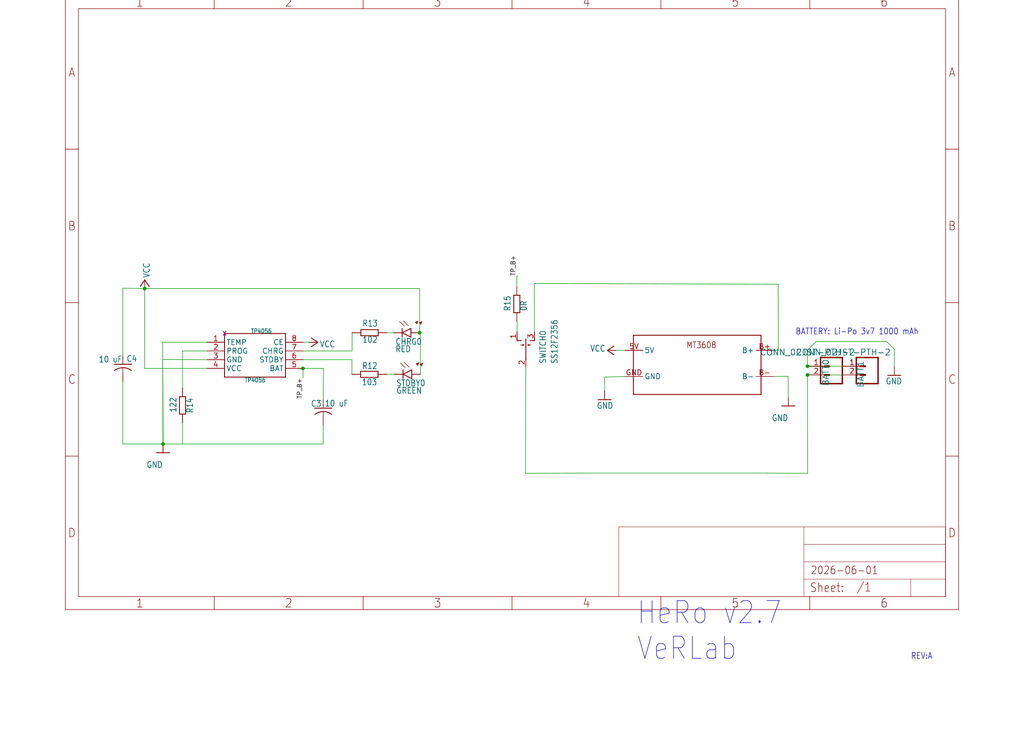
<source format=kicad_sch>
(kicad_sch (version 20250114) (generator "eeschema") (generator_version "9.0")
  (paper "User" 298.45 217.322)
  (lib_symbols
    (symbol "board-eagle-import:SparkFun-Connectors_513_CONN_02JST-PTH-2"
      (property "Reference" "J" (at -2.54 5.588 0))
      (symbol "SparkFun-Connectors_513_CONN_02JST-PTH-2_1_0"
        (polyline (pts (xy -2.54 5.08) (xy -2.54 -2.54)) (stroke (width 0.4064)))
        (polyline (pts (xy -2.54 5.08) (xy 3.81 5.08)) (stroke (width 0.4064)))
        (polyline (pts (xy 1.27 2.54) (xy 2.54 2.54)) (stroke (width 0.6096)))
        (polyline (pts (xy 1.27 0) (xy 2.54 0)) (stroke (width 0.6096)))
        (polyline (pts (xy 3.81 -2.54) (xy -2.54 -2.54)) (stroke (width 0.4064)))
        (polyline (pts (xy 3.81 -2.54) (xy 3.81 5.08)) (stroke (width 0.4064)))
        (pin passive line (at 7.62 2.54 180) (length 5.08) (name "2") (number "2"))
        (pin passive line (at 7.62 0 180) (length 5.08) (name "1") (number "1"))
      )
    )
    (symbol "board-eagle-import:TP4056_TP4056"
      (property "Reference" "IC" (at 0 0 0))
      (symbol "TP4056_TP4056_1_0"
        (polyline (pts (xy 0 0) (xy 0 -12.7)) (stroke (width 0.254)))
        (polyline (pts (xy 0 -12.7) (xy 17.78 -12.7)) (stroke (width 0.254)))
        (polyline (pts (xy 17.78 0) (xy 0 0)) (stroke (width 0.254)))
        (polyline (pts (xy 17.78 -12.7) (xy 17.78 0)) (stroke (width 0.254)))
        (pin bidirectional line (at -5.08 -2.54 0) (length 5.08) (name "TEMP") (number "1"))
        (pin bidirectional line (at -5.08 -5.08 0) (length 5.08) (name "PROG") (number "2"))
        (pin bidirectional line (at -5.08 -7.62 0) (length 5.08) (name "GND") (number "3"))
        (pin bidirectional line (at -5.08 -10.16 0) (length 5.08) (name "VCC") (number "4"))
        (pin bidirectional line (at 22.86 -2.54 180) (length 5.08) (name "CE") (number "8"))
        (pin bidirectional line (at 22.86 -5.08 180) (length 5.08) (name "CHRG") (number "7"))
        (pin bidirectional line (at 22.86 -7.62 180) (length 5.08) (name "STDBY") (number "6"))
        (pin bidirectional line (at 22.86 -10.16 180) (length 5.08) (name "BAT") (number "5"))
      )
    )
    (symbol "board-eagle-import:frames_229_A4L-LOC"
      (symbol "frames_229_A4L-LOC_1_0"
        (polyline (pts (xy 0 179.07) (xy 260.35 179.07) (xy 260.35 0) (xy 0 0) (xy 0 179.07)))
        (polyline (pts (xy 0 134.3025) (xy 3.81 134.3025)))
        (polyline (pts (xy 0 89.535) (xy 3.81 89.535)))
        (polyline (pts (xy 0 44.7675) (xy 3.81 44.7675)))
        (polyline (pts (xy 3.81 175.26) (xy 3.81 3.81)))
        (polyline (pts (xy 43.3917 179.07) (xy 43.3917 175.26)))
        (polyline (pts (xy 43.3917 3.81) (xy 43.3917 0)))
        (polyline (pts (xy 86.7833 179.07) (xy 86.7833 175.26)))
        (polyline (pts (xy 86.7833 3.81) (xy 86.7833 0)))
        (polyline (pts (xy 130.175 179.07) (xy 130.175 175.26)))
        (polyline (pts (xy 130.175 3.81) (xy 130.175 0)))
        (polyline (pts (xy 161.29 24.13) (xy 215.265 24.13)) (stroke (width 0.1016)))
        (polyline (pts (xy 161.29 3.81) (xy 161.29 24.13)) (stroke (width 0.1016)))
        (polyline (pts (xy 173.5667 179.07) (xy 173.5667 175.26)))
        (polyline (pts (xy 173.5667 3.81) (xy 173.5667 0)))
        (polyline (pts (xy 215.265 24.13) (xy 256.54 24.13)) (stroke (width 0.1016)))
        (polyline (pts (xy 215.265 19.05) (xy 215.265 24.13)) (stroke (width 0.1016)))
        (polyline (pts (xy 215.265 19.05) (xy 256.54 19.05)) (stroke (width 0.1016)))
        (polyline (pts (xy 215.265 13.97) (xy 215.265 19.05)) (stroke (width 0.1016)))
        (polyline (pts (xy 215.265 13.97) (xy 256.54 13.97)) (stroke (width 0.1016)))
        (polyline (pts (xy 215.265 8.89) (xy 215.265 13.97)) (stroke (width 0.1016)))
        (polyline (pts (xy 215.265 8.89) (xy 215.265 3.81)) (stroke (width 0.1016)))
        (polyline (pts (xy 216.9583 179.07) (xy 216.9583 175.26)))
        (polyline (pts (xy 216.9583 3.81) (xy 216.9583 0)))
        (polyline (pts (xy 246.38 8.89) (xy 215.265 8.89)) (stroke (width 0.1016)))
        (polyline (pts (xy 246.38 8.89) (xy 256.54 8.89)) (stroke (width 0.1016)))
        (polyline (pts (xy 246.38 3.81) (xy 246.38 8.89)) (stroke (width 0.1016)))
        (polyline (pts (xy 256.54 175.26) (xy 3.81 175.26)))
        (polyline (pts (xy 256.54 175.26) (xy 256.54 3.81)))
        (polyline (pts (xy 256.54 134.3025) (xy 260.35 134.3025)))
        (polyline (pts (xy 256.54 89.535) (xy 260.35 89.535)))
        (polyline (pts (xy 256.54 44.7675) (xy 260.35 44.7675)))
        (polyline (pts (xy 256.54 19.05) (xy 256.54 24.13)) (stroke (width 0.1016)))
        (polyline (pts (xy 256.54 13.97) (xy 256.54 19.05)) (stroke (width 0.1016)))
        (polyline (pts (xy 256.54 8.89) (xy 256.54 13.97)) (stroke (width 0.1016)))
        (polyline (pts (xy 256.54 3.81) (xy 3.81 3.81)))
        (polyline (pts (xy 256.54 3.81) (xy 256.54 8.89)) (stroke (width 0.1016)))
        (text "A" (at 1.905 156.6863 0) (effects (font (size 2.54 2.286))))
        (text "B" (at 1.905 111.9188 0) (effects (font (size 2.54 2.286))))
        (text "C" (at 1.905 67.1513 0) (effects (font (size 2.54 2.286))))
        (text "D" (at 1.905 22.3838 0) (effects (font (size 2.54 2.286))))
        (text "1" (at 21.6958 177.165 0) (effects (font (size 2.54 2.286))))
        (text "1" (at 21.6958 1.905 0) (effects (font (size 2.54 2.286))))
        (text "2" (at 65.0875 177.165 0) (effects (font (size 2.54 2.286))))
        (text "2" (at 65.0875 1.905 0) (effects (font (size 2.54 2.286))))
        (text "3" (at 108.4792 177.165 0) (effects (font (size 2.54 2.286))))
        (text "3" (at 108.4792 1.905 0) (effects (font (size 2.54 2.286))))
        (text "4" (at 151.8708 177.165 0) (effects (font (size 2.54 2.286))))
        (text "4" (at 151.8708 1.905 0) (effects (font (size 2.54 2.286))))
        (text "5" (at 195.2625 177.165 0) (effects (font (size 2.54 2.286))))
        (text "5" (at 195.2625 1.905 0) (effects (font (size 2.54 2.286))))
        (text "Sheet:" (at 216.916 4.953 0) (effects (font (size 2.54 2.159)) (justify left bottom)))
        (text "${PROJECTNAME}" (at 217.17 15.24 0) (effects (font (size 2.54 2.159)) (justify left bottom)))
        (text "${CURRENT_DATE}" (at 217.17 10.16 0) (effects (font (size 2.286 1.9431)) (justify left bottom)))
        (text "${#}/${##}" (at 230.505 5.08 0) (effects (font (size 2.54 2.159)) (justify left bottom)))
        (text "6" (at 238.6542 177.165 0) (effects (font (size 2.54 2.286))))
        (text "6" (at 238.6542 1.905 0) (effects (font (size 2.54 2.286))))
        (text "A" (at 258.445 156.6863 0) (effects (font (size 2.54 2.286))))
        (text "B" (at 258.445 111.9188 0) (effects (font (size 2.54 2.286))))
        (text "C" (at 258.445 67.1513 0) (effects (font (size 2.54 2.286))))
        (text "D" (at 258.445 22.3838 0) (effects (font (size 2.54 2.286))))
      )
    )
    (symbol "board-eagle-import:led_259_LEDSML0805"
      (property "Reference" "LED" (at 3.556 -4.572 90))
      (symbol "led_259_LEDSML0805_1_0"
        (polyline (pts (xy -3.429 2.159) (xy -3.048 1.27) (xy -2.54 1.778)) (stroke (width 0.1524)) (fill (type outline)))
        (polyline (pts (xy -3.302 3.302) (xy -2.921 2.413) (xy -2.413 2.921)) (stroke (width 0.1524)) (fill (type outline)))
        (polyline (pts (xy -2.032 -0.762) (xy -3.429 -2.159)) (stroke (width 0.1524)))
        (polyline (pts (xy -1.905 -1.905) (xy -3.302 -3.302)) (stroke (width 0.1524)))
        (polyline (pts (xy 0 0) (xy -1.27 0)) (stroke (width 0.254)))
        (polyline (pts (xy 0 -2.54) (xy -1.27 0)) (stroke (width 0.254)))
        (polyline (pts (xy 0 -2.54) (xy -1.27 -2.54)) (stroke (width 0.254)))
        (polyline (pts (xy 1.27 0) (xy 0 0)) (stroke (width 0.254)))
        (polyline (pts (xy 1.27 0) (xy 0 -2.54)) (stroke (width 0.254)))
        (polyline (pts (xy 1.27 -2.54) (xy 0 -2.54)) (stroke (width 0.254)))
        (pin passive line (at 0 2.54 270) (length 2.54) (name "A") (number "A"))
        (pin passive line (at 0 -5.08 90) (length 2.54) (name "C") (number "C"))
      )
    )
    (symbol "board-eagle-import:resistor_348_C-USC0603"
      (property "Reference" "C" (at 1.016 0.635 0))
      (symbol "resistor_348_C-USC0603_1_0"
        (polyline (pts (xy -2.54 0) (xy 2.54 0)) (stroke (width 0.254)))
        (arc (start 0 -1) (mid 1.3158 -1.2195) (end 2.4892 -1.8541) (stroke (width 0.254)))
        (arc (start -2.4668 -1.8504) (mid -1.302 -1.2303) (end 0 -1.0161) (stroke (width 0.254)))
        (polyline (pts (xy 0 -1.016) (xy 0 -2.54)) (stroke (width 0.1524)))
        (pin passive line (at 0 2.54 270) (length 2.54) (name "1") (number "1"))
        (pin passive line (at 0 -5.08 90) (length 2.54) (name "2") (number "2"))
      )
    )
    (symbol "board-eagle-import:resistor_348_R-EU_R0603"
      (property "Reference" "R" (at -3.81 1.4986 0))
      (symbol "resistor_348_R-EU_R0603_1_0"
        (polyline (pts (xy -2.54 -0.889) (xy -2.54 0.889)) (stroke (width 0.254)))
        (polyline (pts (xy -2.54 -0.889) (xy 2.54 -0.889)) (stroke (width 0.254)))
        (polyline (pts (xy 2.54 0.889) (xy -2.54 0.889)) (stroke (width 0.254)))
        (polyline (pts (xy 2.54 -0.889) (xy 2.54 0.889)) (stroke (width 0.254)))
        (pin passive line (at -5.08 0 0) (length 2.54) (name "1") (number "1"))
        (pin passive line (at 5.08 0 180) (length 2.54) (name "2") (number "2"))
      )
    )
    (symbol "board-eagle-import:resistor_348_R-EU_R0805"
      (property "Reference" "R" (at -3.81 1.4986 0))
      (symbol "resistor_348_R-EU_R0805_1_0"
        (polyline (pts (xy -2.54 -0.889) (xy -2.54 0.889)) (stroke (width 0.254)))
        (polyline (pts (xy -2.54 -0.889) (xy 2.54 -0.889)) (stroke (width 0.254)))
        (polyline (pts (xy 2.54 0.889) (xy -2.54 0.889)) (stroke (width 0.254)))
        (polyline (pts (xy 2.54 -0.889) (xy 2.54 0.889)) (stroke (width 0.254)))
        (pin passive line (at -5.08 0 0) (length 2.54) (name "1") (number "1"))
        (pin passive line (at 5.08 0 180) (length 2.54) (name "2") (number "2"))
      )
    )
    (symbol "board-eagle-import:stepup_MT3608"
      (symbol "stepup_MT3608_1_0"
        (polyline (pts (xy 0 17.272) (xy 37.211 17.272)) (stroke (width 0.254)))
        (polyline (pts (xy 0 0) (xy 0 17.272)) (stroke (width 0.254)))
        (polyline (pts (xy 0 0) (xy 37.211 0)) (stroke (width 0.254)))
        (polyline (pts (xy 37.211 0) (xy 37.211 17.272)) (stroke (width 0.254)))
        (text "MT3608" (at 15.4084 13.3764 0) (effects (font (size 1.778 1.5113)) (justify left bottom)))
        (pin output line (at -2.3716 12.8684 0) (length 5.08) (name "5V") (number "5V"))
        (pin output line (at -2.3716 5.2484 0) (length 5.08) (name "GND") (number "GND"))
        (pin input line (at 40.8084 12.8684 180) (length 5.08) (name "B+") (number "B+"))
        (pin input line (at 40.8084 5.2484 180) (length 5.08) (name "B-") (number "B-"))
      )
    )
    (symbol "board-eagle-import:supply1_371_GND" (power)
      (symbol "supply1_371_GND_1_0"
        (polyline (pts (xy -1.905 0) (xy 1.905 0)) (stroke (width 0.254)))
        (pin power_in line (at 0 2.54 270) (length 2.54) (name "GND") (number "1"))
      )
    )
    (symbol "board-eagle-import:supply1_371_VCC" (power)
      (symbol "supply1_371_VCC_1_0"
        (polyline (pts (xy 0 0) (xy -1.27 -1.905)) (stroke (width 0.254)))
        (polyline (pts (xy 1.27 -1.905) (xy 0 0)) (stroke (width 0.254)))
        (pin power_in line (at 0 -2.54 90) (length 2.54) (name "VCC") (number "1"))
      )
    )
    (symbol "board-eagle-import:switch_SS12F2356"
      (property "Reference" "S" (at 5.08 -2.54 90))
      (symbol "switch_SS12F2356_1_0"
        (polyline (pts (xy -2.54 2.54) (xy -2.54 3.175)) (stroke (width 0.254)))
        (polyline (pts (xy -2.54 2.54) (xy -1.27 2.54)) (stroke (width 0.254)))
        (polyline (pts (xy -1.524 1.27) (xy -0.508 1.27)) (stroke (width 0.1524)))
        (polyline (pts (xy -0.508 1.27) (xy -1.016 1.524)) (stroke (width 0.1524)))
        (polyline (pts (xy -0.508 1.27) (xy -1.016 1.016)) (stroke (width 0.1524)))
        (polyline (pts (xy 0 -3.175) (xy 0 3.048)) (stroke (width 0.254)))
        (polyline (pts (xy 0.508 1.27) (xy 1.016 1.524)) (stroke (width 0.1524)))
        (polyline (pts (xy 0.508 1.27) (xy 1.016 1.016)) (stroke (width 0.1524)))
        (polyline (pts (xy 0.508 1.27) (xy 1.524 1.27)) (stroke (width 0.1524)))
        (polyline (pts (xy 1.27 2.54) (xy 2.54 2.54)) (stroke (width 0.254)))
        (polyline (pts (xy 2.54 2.54) (xy 2.54 3.175)) (stroke (width 0.254)))
        (pin passive line (at -2.54 5.08 270) (length 2.54) (name "O") (number "1"))
        (pin passive line (at 0 -5.08 90) (length 2.54) (name "P") (number "2"))
        (pin passive line (at 2.54 5.08 270) (length 2.54) (name "S") (number "3"))
      )
    )
  )
  (text "REV:A" (at 265.43 192.532 0) (effects (font (size 1.778 1.5113)) (justify left bottom)))
  (text "HeRo v2.7\nVeRLab" (at 185.5 193.04 0) (effects (font (size 6.4516 5.4838)) (justify left bottom)))
  (text "BATTERY: Li-Po 3v7 1000 mAh" (at 231.826 97.894 0) (effects (font (size 1.778 1.5113)) (justify left bottom)))
  (junction (at 47.516 129.4992))
  (junction (at 235.3446 106.8118))
  (junction (at 88.3 107.44))
  (junction (at 235.3446 109.3518))
  (junction (at 122.3 97.05))
  (junction (at 42.1772 84.1508))
  (wire (pts (xy 88.3 107.44) (xy 94.25 107.44)) (stroke (width 0.1524)))
  (wire (pts (xy 226.85 97.73) (xy 226.8568 102.1632)) (stroke (width 0.1524)))
  (wire (pts (xy 235.3238 102.1562) (xy 237.85 99.63)) (stroke (width 0.1524)))
  (wire (pts (xy 42.16 107.4528) (xy 60.36 107.44)) (stroke (width 0.1524)))
  (wire (pts (xy 226.8568 102.1632) (xy 225.4084 102.1768)) (stroke (width 0.1524)))
  (wire (pts (xy 229.685 109.7554) (xy 229.7612 115.858)) (stroke (width 0.1524)))
  (wire (pts (xy 94.2 129.4992) (xy 94.2 124.11)) (stroke (width 0.1524)))
  (wire (pts (xy 35.8 103.69) (xy 35.8 84.0508)) (stroke (width 0.1524)))
  (wire (pts (xy 223.7 82.88) (xy 226.8 82.88)) (stroke (width 0.1524)))
  (wire (pts (xy 122.3 84.1508) (xy 42.1772 84.1508)) (stroke (width 0.1524)))
  (wire (pts (xy 53.2 123.31) (xy 53.2 129.4992)) (stroke (width 0.1524)))
  (wire (pts (xy 153.15 138.03) (xy 153.25 106.96)) (stroke (width 0.1524)))
  (wire (pts (xy 122.3 97.05) (xy 122.3 84.1508)) (stroke (width 0.1524)))
  (wire (pts (xy 88.3 107.43) (xy 88.3 107.44)) (stroke (width 0.1524)))
  (wire (pts (xy 182.2284 109.7968) (xy 176.218 109.9652)) (stroke (width 0.1524)))
  (wire (pts (xy 155.71 82.68) (xy 223.7 82.88)) (stroke (width 0.1524)))
  (wire (pts (xy 42.1772 84.1508) (xy 42.16 107.4528)) (stroke (width 0.1524)))
  (wire (pts (xy 90.0932 99.82) (xy 90.0932 99.8352)) (stroke (width 0.1524)))
  (wire (pts (xy 47.416 104.85) (xy 60.36 104.9)) (stroke (width 0.1524)))
  (wire (pts (xy 235.3446 106.8118) (xy 235.3238 102.1562)) (stroke (width 0.1524)))
  (wire (pts (xy 35.8 84.0508) (xy 42.1772 84.1508)) (stroke (width 0.1524)))
  (wire (pts (xy 260.6508 101.8528) (xy 260.6508 106.9414)) (stroke (width 0.1524)))
  (wire (pts (xy 47.416 99.82) (xy 47.516 129.4992)) (stroke (width 0.1524)))
  (wire (pts (xy 223.65 137.98) (xy 170.25 137.98)) (stroke (width 0.1524)))
  (wire (pts (xy 245.7586 109.3518) (xy 235.3446 109.3518)) (stroke (width 0.1524)))
  (wire (pts (xy 112.78 97.03) (xy 112.78 97.05)) (stroke (width 0.1524)))
  (wire (pts (xy 60.36 102.36) (xy 53.2 102.36)) (stroke (width 0.1524)))
  (wire (pts (xy 94.25 107.44) (xy 94.2 116.49)) (stroke (width 0.1524)))
  (wire (pts (xy 60.36 99.82) (xy 47.416 99.82)) (stroke (width 0.1524)))
  (wire (pts (xy 122.55 97.05) (xy 122.3 97.05)) (stroke (width 0.1524)))
  (wire (pts (xy 88.3 99.82) (xy 90.0932 99.82)) (stroke (width 0.1524)))
  (wire (pts (xy 170.25 137.98) (xy 153.15 138.03)) (stroke (width 0.1524)))
  (wire (pts (xy 112.78 97.05) (xy 114.68 97.05)) (stroke (width 0.1524)))
  (wire (pts (xy 235.3838 138.0462) (xy 223.65 137.98)) (stroke (width 0.1524)))
  (wire (pts (xy 35.8 129.4992) (xy 35.8 111.31)) (stroke (width 0.1524)))
  (wire (pts (xy 102.57 104.9) (xy 102.57 109.18)) (stroke (width 0.1524)))
  (wire (pts (xy 150.624 83.562) (xy 150.624 80.518)) (stroke (width 0.1524)))
  (wire (pts (xy 182.1268 102.1768) (xy 179.5708 102.1928)) (stroke (width 0.1524)))
  (wire (pts (xy 226.8 82.88) (xy 226.85 97.73)) (stroke (width 0.1524)))
  (wire (pts (xy 155.79 96.8) (xy 155.71 82.68)) (stroke (width 0.1524)))
  (wire (pts (xy 150.624 93.722) (xy 150.71 93.722)) (stroke (width 0.1524)))
  (wire (pts (xy 258.428 99.63) (xy 260.6508 101.8528)) (stroke (width 0.1524)))
  (wire (pts (xy 47.516 129.4992) (xy 94.2 129.4992)) (stroke (width 0.1524)))
  (wire (pts (xy 88.3 102.36) (xy 102.62 102.36)) (stroke (width 0.1524)))
  (wire (pts (xy 88.35 110.23) (xy 88.3 107.43)) (stroke (width 0.1524)))
  (wire (pts (xy 150.71 93.722) (xy 150.71 96.8)) (stroke (width 0.1524)))
  (wire (pts (xy 237.85 99.63) (xy 258.428 99.63)) (stroke (width 0.1524)))
  (wire (pts (xy 150.624 80.518) (xy 150.876 80.518)) (stroke (width 0.1524)))
  (wire (pts (xy 176.218 109.9652) (xy 176.218 114.0292)) (stroke (width 0.1524)))
  (wire (pts (xy 182.2284 102.1768) (xy 182.1268 102.1768)) (stroke (width 0.1524)))
  (wire (pts (xy 88.3 104.9) (xy 102.57 104.9)) (stroke (width 0.1524)))
  (wire (pts (xy 53.2 102.36) (xy 53.2 113.15)) (stroke (width 0.1524)))
  (wire (pts (xy 235.3446 109.3518) (xy 235.3838 138.0462)) (stroke (width 0.1524)))
  (wire (pts (xy 112.73 109.18) (xy 112.78 109.15)) (stroke (width 0.1524)))
  (wire (pts (xy 47.516 129.4992) (xy 47.416 104.85)) (stroke (width 0.1524)))
  (wire (pts (xy 102.62 102.36) (xy 102.62 97.03)) (stroke (width 0.1524)))
  (wire (pts (xy 47.516 129.4992) (xy 35.8 129.4992)) (stroke (width 0.1524)))
  (wire (pts (xy 225.4084 109.7968) (xy 229.685 109.7554)) (stroke (width 0.1524)))
  (wire (pts (xy 112.78 109.15) (xy 114.93 109.15)) (stroke (width 0.1524)))
  (wire (pts (xy 122.55 109.15) (xy 122.55 97.05)) (stroke (width 0.1524)))
  (wire (pts (xy 245.7586 106.8118) (xy 235.3446 106.8118)) (stroke (width 0.1524)))
  (label "TP_B+" (at 88.35 110.23 270) (effects (font (size 1.2446 1.2446))))
  (label "TP_B+" (at 150.624 80.518 90) (effects (font (size 1.2446 1.2446))))
  (symbol (lib_id "board-eagle-import:supply1_371_GND") (at 176.218 116.5692 0) (unit 1)
    (property "Reference" "#GND13" (effects (hide yes)))
    (property "Value" "GND" (at 178.758 117.3312 0) (effects (font (size 1.778 1.5113)) (justify right top)))
  )
  (symbol (lib_id "board-eagle-import:resistor_348_R-EU_R0805") (at 150.624 88.642 90) (unit 1)
    (property "Reference" "R15" (at 148.8754 90.802 0) (effects (font (size 1.778 1.5113)) (justify left bottom)))
    (property "Value" "0R" (at 153.626 90.802 0) (effects (font (size 1.778 1.5113)) (justify left bottom)))
    (property "Footprint" "board:R0805" (effects (hide yes)))
  )
  (symbol (lib_id "board-eagle-import:stepup_MT3608") (at 184.6 115.0452 0) (unit 1)
    (property "Reference" "MT3608" (effects (hide yes)))
    (property "Value" "MT3608" (effects (hide yes)))
    (property "Footprint" "board:MT3608" (effects (hide yes)))
  )
  (symbol (lib_id "board-eagle-import:supply1_371_GND") (at 47.516 132.0392 0) (unit 1)
    (property "Reference" "#GND27" (effects (hide yes)))
    (property "Value" "GND" (at 47.516 134.5792 0) (effects (font (size 1.778 1.5113)) (justify right top)))
  )
  (symbol (lib_id "board-eagle-import:SparkFun-Connectors_513_CONN_02JST-PTH-2") (at 242.9646 106.8118 180) (unit 1)
    (property "Reference" "BATT0" (at 239.6372 104.6314 90) (effects (font (size 1.778 1.778)) (justify left bottom)))
    (property "Value" "CONN_02JST-PTH-2" (at 249.3146 101.7318 0) (effects (font (size 1.778 1.778)) (justify left bottom)))
    (property "Footprint" "board:JST-2-PTH" (effects (hide yes)))
  )
  (symbol (lib_id "board-eagle-import:supply1_371_VCC") (at 177.0308 102.1928 90) (unit 1)
    (property "Reference" "#P+5" (effects (hide yes)))
    (property "Value" "VCC" (at 176.5228 100.6688 90) (effects (font (size 1.778 1.5113)) (justify left bottom)))
  )
  (symbol (lib_id "board-eagle-import:switch_SS12F2356") (at 153.25 101.88 0) (unit 1)
    (property "Reference" "SWITCH0" (at 159.23 106.12 90) (effects (font (size 1.778 1.5113)) (justify left bottom)))
    (property "Value" "SS12F2356" (at 162.57 106.17 90) (effects (font (size 1.778 1.5113)) (justify left bottom)))
    (property "Footprint" "board:HH3T90" (effects (hide yes)))
  )
  (symbol (lib_id "board-eagle-import:resistor_348_R-EU_R0603") (at 53.2 118.23 90) (unit 1)
    (property "Reference" "R14" (at 56.3014 120.59 0) (effects (font (size 1.778 1.5113)) (justify left bottom)))
    (property "Value" "122" (at 51.452 120.34 0) (effects (font (size 1.778 1.5113)) (justify left bottom)))
    (property "Footprint" "board:R0603" (effects (hide yes)))
  )
  (symbol (lib_id "board-eagle-import:led_259_LEDSML0805") (at 120.01 109.15 270) (unit 1)
    (property "Reference" "STDBY0" (at 115.438 112.706 90) (effects (font (size 1.778 1.5113)) (justify left bottom)))
    (property "Value" "GREEN" (at 115.438 114.865 90) (effects (font (size 1.778 1.5113)) (justify left bottom)))
    (property "Footprint" "board:SML0805" (effects (hide yes)))
  )
  (symbol (lib_id "board-eagle-import:resistor_348_R-EU_R0805") (at 107.7 97.03 0) (unit 1)
    (property "Reference" "R13" (at 105.54 95.2814 0) (effects (font (size 1.778 1.5113)) (justify left bottom)))
    (property "Value" "102" (at 105.54 100.032 0) (effects (font (size 1.778 1.5113)) (justify left bottom)))
    (property "Footprint" "board:R0805" (effects (hide yes)))
  )
  (symbol (lib_id "board-eagle-import:TP4056_TP4056") (at 65.44 97.28 0) (unit 1)
    (property "Reference" "TP4056" (at 73.06 97.28 0) (effects (font (size 1.27 1.0795)) (justify left bottom)))
    (property "Value" "TP4056" (at 71.26 111.57 0) (effects (font (size 1.27 1.0795)) (justify left bottom)))
    (property "Footprint" "board:SOP" (effects (hide yes)))
    (property "SPICEPREFIX" "X" (at 65.44 97.28 0))
  )
  (symbol (lib_id "board-eagle-import:led_259_LEDSML0805") (at 119.76 97.05 270) (unit 1)
    (property "Reference" "CHRG0" (at 115.188 100.606 90) (effects (font (size 1.778 1.5113)) (justify left bottom)))
    (property "Value" "RED" (at 115.188 102.765 90) (effects (font (size 1.778 1.5113)) (justify left bottom)))
    (property "Footprint" "board:SML0805" (effects (hide yes)))
  )
  (symbol (lib_id "board-eagle-import:supply1_371_GND") (at 260.6508 109.4814 0) (unit 1)
    (property "Reference" "#GND15" (effects (hide yes)))
    (property "Value" "GND" (at 262.9622 110.218 0) (effects (font (size 1.778 1.5113)) (justify right top)))
  )
  (symbol (lib_id "board-eagle-import:supply1_371_VCC") (at 92.6332 99.8352 270) (unit 1)
    (property "Reference" "#P+7" (effects (hide yes)))
    (property "Value" "VCC" (at 93.1412 101.3592 90) (effects (font (size 1.778 1.5113)) (justify left bottom)))
  )
  (symbol (lib_id "board-eagle-import:SparkFun-Connectors_513_CONN_02JST-PTH-2") (at 253.3786 106.8118 180) (unit 1)
    (property "Reference" "BATT1" (at 249.7972 105.1394 90) (effects (font (size 1.778 1.778)) (justify left bottom)))
    (property "Value" "CONN_02JST-PTH-2" (at 259.7286 101.7318 0) (effects (font (size 1.778 1.778)) (justify left bottom)))
    (property "Footprint" "board:JST-2-PTH" (effects (hide yes)))
  )
  (symbol (lib_id "board-eagle-import:supply1_371_GND") (at 229.7612 118.398 0) (unit 1)
    (property "Reference" "#GND14" (effects (hide yes)))
    (property "Value" "GND" (at 229.7612 120.938 0) (effects (font (size 1.778 1.5113)) (justify right top)))
  )
  (symbol (lib_id "board-eagle-import:frames_229_A4L-LOC") (at 19.05 177.8 0) (unit 1)
    (property "Reference" "#FRAME4" (effects (hide yes)))
    (property "Value" "A4L-LOC" (effects (hide yes)))
    (property "TITLE" "Power Supply" (effects (hide yes)))
  )
  (symbol (lib_id "board-eagle-import:resistor_348_C-USC0603") (at 35.8 106.23 0) (unit 1)
    (property "Reference" "C4" (at 36.816 105.595 0) (effects (font (size 1.778 1.5113)) (justify left bottom)))
    (property "Value" "10 uF" (at 28.716 105.771 0) (effects (font (size 1.778 1.5113)) (justify left bottom)))
    (property "Footprint" "board:C0603_420" (effects (hide yes)))
  )
  (symbol (lib_id "board-eagle-import:supply1_371_VCC") (at 42.1772 81.6108 0) (unit 1)
    (property "Reference" "#P+6" (effects (hide yes)))
    (property "Value" "VCC" (at 43.7012 81.1028 90) (effects (font (size 1.778 1.5113)) (justify left bottom)))
  )
  (symbol (lib_id "board-eagle-import:resistor_348_C-USC0603") (at 94.2 119.03 0) (unit 1)
    (property "Reference" "C3" (at 90.566 118.695 0) (effects (font (size 1.778 1.5113)) (justify left bottom)))
    (property "Value" "10 uF" (at 94.616 118.621 0) (effects (font (size 1.778 1.5113)) (justify left bottom)))
    (property "Footprint" "board:C0603_420" (effects (hide yes)))
  )
  (symbol (lib_id "board-eagle-import:resistor_348_R-EU_R0805") (at 107.65 109.18 0) (unit 1)
    (property "Reference" "R12" (at 105.44 107.6814 0) (effects (font (size 1.778 1.5113)) (justify left bottom)))
    (property "Value" "103" (at 105.39 112.432 0) (effects (font (size 1.778 1.5113)) (justify left bottom)))
    (property "Footprint" "board:R0805" (effects (hide yes)))
  )
)
</source>
